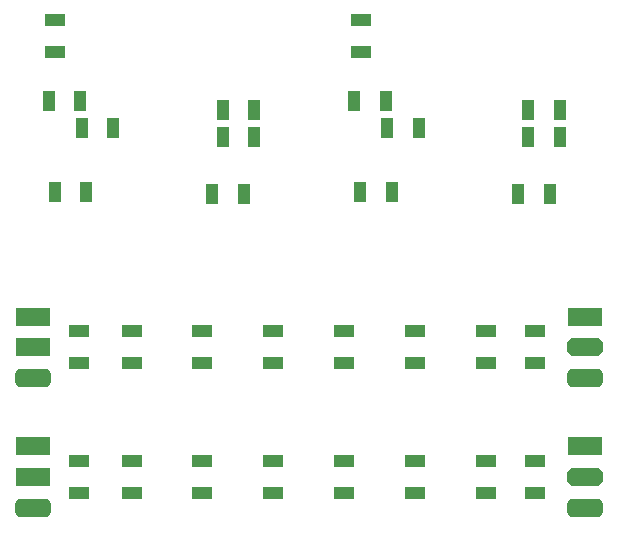
<source format=gbp>
G04 Layer_Color=128*
%FSLAX23Y23*%
%MOIN*%
G70*
G01*
G75*
%ADD27R,0.043X0.067*%
%ADD28R,0.067X0.043*%
%ADD29R,0.118X0.060*%
G04:AMPARAMS|DCode=30|XSize=118mil|YSize=60mil|CornerRadius=0mil|HoleSize=0mil|Usage=FLASHONLY|Rotation=0.000|XOffset=0mil|YOffset=0mil|HoleType=Round|Shape=Octagon|*
%AMOCTAGOND30*
4,1,8,0.059,-0.015,0.059,0.015,0.044,0.030,-0.044,0.030,-0.059,0.015,-0.059,-0.015,-0.044,-0.030,0.044,-0.030,0.059,-0.015,0.0*
%
%ADD30OCTAGOND30*%

G04:AMPARAMS|DCode=31|XSize=118mil|YSize=60mil|CornerRadius=15mil|HoleSize=0mil|Usage=FLASHONLY|Rotation=0.000|XOffset=0mil|YOffset=0mil|HoleType=Round|Shape=RoundedRectangle|*
%AMROUNDEDRECTD31*
21,1,0.118,0.030,0,0,0.0*
21,1,0.088,0.060,0,0,0.0*
1,1,0.030,0.044,-0.015*
1,1,0.030,-0.044,-0.015*
1,1,0.030,-0.044,0.015*
1,1,0.030,0.044,0.015*
%
%ADD31ROUNDEDRECTD31*%
D27*
X1245Y1359D02*
D03*
X1352D02*
D03*
X1242Y1449D02*
D03*
X1135D02*
D03*
X1155Y1147D02*
D03*
X1262D02*
D03*
X1715Y1329D02*
D03*
X1822D02*
D03*
Y1419D02*
D03*
X1715D02*
D03*
X1788Y1140D02*
D03*
X1682D02*
D03*
X227Y1359D02*
D03*
X333D02*
D03*
X223Y1449D02*
D03*
X117D02*
D03*
X137Y1147D02*
D03*
X243D02*
D03*
X697Y1329D02*
D03*
X803D02*
D03*
Y1419D02*
D03*
X697D02*
D03*
X770Y1140D02*
D03*
X663D02*
D03*
D28*
X1159Y1722D02*
D03*
Y1615D02*
D03*
X140Y1722D02*
D03*
Y1615D02*
D03*
X217Y144D02*
D03*
Y250D02*
D03*
X630Y144D02*
D03*
Y250D02*
D03*
X394Y144D02*
D03*
Y250D02*
D03*
X866Y144D02*
D03*
Y250D02*
D03*
X1339Y144D02*
D03*
Y250D02*
D03*
X1575Y144D02*
D03*
Y250D02*
D03*
X1740Y144D02*
D03*
Y250D02*
D03*
X1102Y144D02*
D03*
Y250D02*
D03*
X217Y577D02*
D03*
Y683D02*
D03*
X630Y577D02*
D03*
Y683D02*
D03*
X394Y577D02*
D03*
Y683D02*
D03*
X866Y577D02*
D03*
Y683D02*
D03*
X1339Y577D02*
D03*
Y683D02*
D03*
X1575Y577D02*
D03*
Y683D02*
D03*
X1740Y577D02*
D03*
Y683D02*
D03*
X1102Y577D02*
D03*
Y683D02*
D03*
D29*
X1906Y299D02*
D03*
X64Y197D02*
D03*
Y299D02*
D03*
X1906Y732D02*
D03*
X64Y630D02*
D03*
Y732D02*
D03*
D30*
X1905Y196D02*
D03*
Y629D02*
D03*
D31*
X1906Y94D02*
D03*
X65D02*
D03*
X1906Y528D02*
D03*
X65D02*
D03*
M02*

</source>
